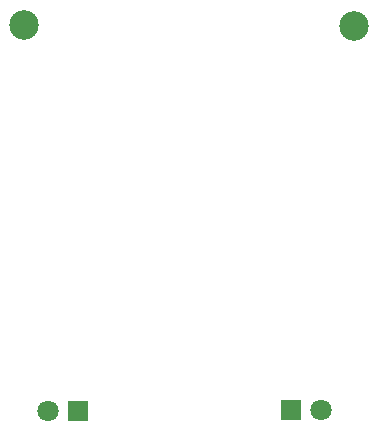
<source format=gts>
%TF.GenerationSoftware,KiCad,Pcbnew,8.0.3*%
%TF.CreationDate,2024-07-02T11:26:53+01:00*%
%TF.ProjectId,I_Can_Solder_Badge,495f4361-6e5f-4536-9f6c-6465725f4261,rev?*%
%TF.SameCoordinates,Original*%
%TF.FileFunction,Soldermask,Top*%
%TF.FilePolarity,Negative*%
%FSLAX46Y46*%
G04 Gerber Fmt 4.6, Leading zero omitted, Abs format (unit mm)*
G04 Created by KiCad (PCBNEW 8.0.3) date 2024-07-02 11:26:53*
%MOMM*%
%LPD*%
G01*
G04 APERTURE LIST*
%ADD10C,2.500000*%
%ADD11R,1.800000X1.800000*%
%ADD12C,1.800000*%
G04 APERTURE END LIST*
D10*
%TO.C,J3*%
X154800000Y-53900000D03*
%TD*%
D11*
%TO.C,D2*%
X149400000Y-86400000D03*
D12*
X151940000Y-86400000D03*
%TD*%
D11*
%TO.C,D1*%
X131375000Y-86500000D03*
D12*
X128835000Y-86500000D03*
%TD*%
D10*
%TO.C,J2*%
X126800000Y-53800000D03*
%TD*%
M02*

</source>
